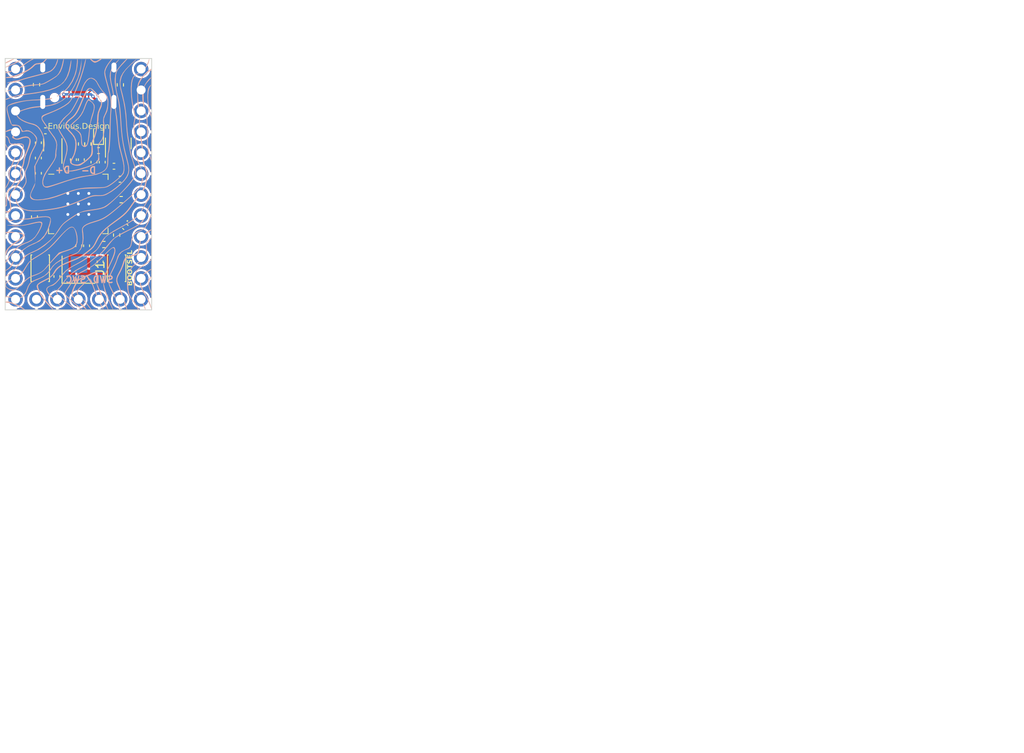
<source format=kicad_pcb>
(kicad_pcb (version 20221018) (generator pcbnew)
  (title_block (title "Env Open Pico") (date "2021-09-14") (rev "REV1") (company "Envious.Design"))
  (layers (0 "F.Cu" signal) (31 "B.Cu" signal) (34 "B.Paste" user) (35 "F.Paste" user) (36 "B.SilkS" user "B.Silkscreen") (37 "F.SilkS" user "F.Silkscreen") (38 "B.Mask" user) (39 "F.Mask" user) (44 "Edge.Cuts" user))
  (net 0 "")
  (net 1 "GND")
  (net 2 "VBUS")
  (net 3 "+1V1")
  (net 4 "/~{USB_BOOT}")
  (net 5 "/GPIO15")
  (net 6 "/GPIO14")
  (net 7 "/GPIO13")
  (net 8 "/GPIO12")
  (net 9 "/GPIO10")
  (net 10 "/GPIO9")
  (net 11 "/GPIO8")
  (net 12 "/GPIO7")
  (net 13 "/GPIO6")
  (net 14 "/GPIO5")
  (net 15 "/GPIO4")
  (net 16 "/GPIO3")
  (net 17 "/GPIO2")
  (net 18 "/GPIO1")
  (net 19 "/GPIO0")
  (net 20 "/GPIO25")
  (net 21 "/GPIO22")
  (net 22 "/GPIO21")
  (net 23 "/GPIO20")
  (net 24 "/GPIO19")
  (net 25 "/GPIO18")
  (net 26 "/GPIO17")
  (net 27 "/GPIO16")
  (net 28 "/RUN")
  (net 29 "/SWD")
  (net 30 "/SWCLK")
  (net 31 "/QSPI_SS")
  (net 32 "Net-(U3-XIN)")
  (net 33 "Net-(GPIO25_LED1-A)")
  (net 34 "/QSPI_SD3")
  (net 35 "/QSPI_SCLK")
  (net 36 "/QSPI_SD0")
  (net 37 "/QSPI_SD2")
  (net 38 "/QSPI_SD1")
  (net 39 "Net-(U3-USB_DP)")
  (net 40 "Net-(U3-USB_DM)")
  (net 41 "USB_D+")
  (net 42 "USB_D-")
  (net 43 "+3V3")
  (net 44 "Net-(C2-Pad1)")
  (net 45 "/GPIO23")
  (net 46 "/GPIO11")
  (net 47 "/GPIO29_ADC3")
  (net 48 "/GPIO28_ADC2")
  (net 49 "/GPIO27_ADC1")
  (net 50 "/GPIO26_ADC0")
  (net 51 "/GPIO24")
  (net 52 "Net-(U3-XOUT)")
  (net 53 "VSYS")
  (net 54 "Net-(USB2-CC2)")
  (net 55 "Net-(USB2-CC1)")
  (footprint "RP2040_minimal:RP2040-QFN-56" (layer "F.Cu") (at 39.7 43.675)
    (fp_text reference "U3")
    (fp_text value "RP2040")
    (pad "1" smd roundrect locked (at -3.4375 -2.6) (size 0.875 0.2) (layers "F.Cu" "F.Paste" "F.Mask") (net 43 "+3V3"))
    (pad "2" smd roundrect locked (at -3.4375 -2.2) (size 0.875 0.2) (layers "F.Cu" "F.Paste" "F.Mask") (net 19 "/GPIO0"))
    (pad "3" smd roundrect locked (at -3.4375 -1.8) (size 0.875 0.2) (layers "F.Cu" "F.Paste" "F.Mask") (net 18 "/GPIO1"))
    (pad "4" smd roundrect locked (at -3.4375 -1.4) (size 0.875 0.2) (layers "F.Cu" "F.Paste" "F.Mask") (net 17 "/GPIO2"))
    (pad "5" smd roundrect locked (at -3.4375 -1) (size 0.875 0.2) (layers "F.Cu" "F.Paste" "F.Mask") (net 16 "/GPIO3"))
    (pad "6" smd roundrect locked (at -3.4375 -0.6) (size 0.875 0.2) (layers "F.Cu" "F.Paste" "F.Mask") (net 15 "/GPIO4"))
    (pad "7" smd roundrect locked (at -3.4375 -0.2) (size 0.875 0.2) (layers "F.Cu" "F.Paste" "F.Mask") (net 14 "/GPIO5"))
    (pad "8" smd roundrect locked (at -3.4375 0.2) (size 0.875 0.2) (layers "F.Cu" "F.Paste" "F.Mask") (net 13 "/GPIO6"))
    (pad "9" smd roundrect locked (at -3.4375 0.6) (size 0.875 0.2) (layers "F.Cu" "F.Paste" "F.Mask") (net 12 "/GPIO7"))
    (pad "10" smd roundrect locked (at -3.4375 1) (size 0.875 0.2) (layers "F.Cu" "F.Paste" "F.Mask") (net 43 "+3V3"))
    (pad "11" smd roundrect locked (at -3.4375 1.4) (size 0.875 0.2) (layers "F.Cu" "F.Paste" "F.Mask") (net 11 "/GPIO8"))
    (pad "12" smd roundrect locked (at -3.4375 1.8) (size 0.875 0.2) (layers "F.Cu" "F.Paste" "F.Mask") (net 10 "/GPIO9"))
    (pad "13" smd roundrect locked (at -3.4375 2.2) (size 0.875 0.2) (layers "F.Cu" "F.Paste" "F.Mask") (net 9 "/GPIO10"))
    (pad "14" smd roundrect locked (at -3.4375 2.6) (size 0.875 0.2) (layers "F.Cu" "F.Paste" "F.Mask") (net 46 "/GPIO11"))
    (pad "15" smd roundrect locked (at -2.6 3.4375) (size 0.2 0.875) (layers "F.Cu" "F.Paste" "F.Mask") (net 8 "/GPIO12"))
    (pad "16" smd roundrect locked (at -2.2 3.4375) (size 0.2 0.875) (layers "F.Cu" "F.Paste" "F.Mask") (net 7 "/GPIO13"))
    (pad "17" smd roundrect locked (at -1.8 3.4375) (size 0.2 0.875) (layers "F.Cu" "F.Paste" "F.Mask") (net 6 "/GPIO14"))
    (pad "18" smd roundrect locked (at -1.4 3.4375) (size 0.2 0.875) (layers "F.Cu" "F.Paste" "F.Mask") (net 5 "/GPIO15"))
    (pad "19" smd roundrect locked (at -1 3.4375) (size 0.2 0.875) (layers "F.Cu" "F.Paste" "F.Mask") (net 1 "GND"))
    (pad "20" smd roundrect locked (at -0.6 3.4375) (size 0.2 0.875) (layers "F.Cu" "F.Paste" "F.Mask") (net 32 "Net-(U3-XIN)"))
    (pad "21" smd roundrect locked (at -0.2 3.4375) (size 0.2 0.875) (layers "F.Cu" "F.Paste" "F.Mask") (net 52 "Net-(U3-XOUT)"))
    (pad "22" smd roundrect locked (at 0.2 3.4375) (size 0.2 0.875) (layers "F.Cu" "F.Paste" "F.Mask") (net 43 "+3V3"))
    (pad "23" smd roundrect locked (at 0.6 3.4375) (size 0.2 0.875) (layers "F.Cu" "F.Paste" "F.Mask") (net 3 "+1V1"))
    (pad "24" smd roundrect locked (at 1 3.4375) (size 0.2 0.875) (layers "F.Cu" "F.Paste" "F.Mask") (net 30 "/SWCLK"))
    (pad "25" smd roundrect locked (at 1.4 3.4375) (size 0.2 0.875) (layers "F.Cu" "F.Paste" "F.Mask") (net 29 "/SWD"))
    (pad "26" smd roundrect locked (at 1.8 3.4375) (size 0.2 0.875) (layers "F.Cu" "F.Paste" "F.Mask") (net 28 "/RUN"))
    (pad "27" smd roundrect locked (at 2.2 3.4375) (size 0.2 0.875) (layers "F.Cu" "F.Paste" "F.Mask") (net 27 "/GPIO16"))
    (pad "28" smd roundrect locked (at 2.6 3.4375) (size 0.2 0.875) (layers "F.Cu" "F.Paste" "F.Mask") (net 26 "/GPIO17"))
    (pad "29" smd roundrect locked (at 3.4375 2.6) (size 0.875 0.2) (layers "F.Cu" "F.Paste" "F.Mask") (net 25 "/GPIO18"))
    (pad "30" smd roundrect locked (at 3.4375 2.2) (size 0.875 0.2) (layers "F.Cu" "F.Paste" "F.Mask") (net 24 "/GPIO19"))
    (pad "31" smd roundrect locked (at 3.4375 1.8) (size 0.875 0.2) (layers "F.Cu" "F.Paste" "F.Mask") (net 23 "/GPIO20"))
    (pad "32" smd roundrect locked (at 3.4375 1.4) (size 0.875 0.2) (layers "F.Cu" "F.Paste" "F.Mask") (net 22 "/GPIO21"))
    (pad "33" smd roundrect locked (at 3.4375 1) (size 0.875 0.2) (layers "F.Cu" "F.Paste" "F.Mask") (net 43 "+3V3"))
    (pad "34" smd roundrect locked (at 3.4375 0.6) (size 0.875 0.2) (layers "F.Cu" "F.Paste" "F.Mask") (net 21 "/GPIO22"))
    (pad "35" smd roundrect locked (at 3.4375 0.2) (size 0.875 0.2) (layers "F.Cu" "F.Paste" "F.Mask") (net 45 "/GPIO23"))
    (pad "36" smd roundrect locked (at 3.4375 -0.2) (size 0.875 0.2) (layers "F.Cu" "F.Paste" "F.Mask") (net 51 "/GPIO24"))
    (pad "37" smd roundrect locked (at 3.4375 -0.6) (size 0.875 0.2) (layers "F.Cu" "F.Paste" "F.Mask") (net 20 "/GPIO25"))
    (pad "38" smd roundrect locked (at 3.4375 -1) (size 0.875 0.2) (layers "F.Cu" "F.Paste" "F.Mask") (net 50 "/GPIO26_ADC0"))
    (pad "39" smd roundrect locked (at 3.4375 -1.4) (size 0.875 0.2) (layers "F.Cu" "F.Paste" "F.Mask") (net 49 "/GPIO27_ADC1"))
    (pad "40" smd roundrect locked (at 3.4375 -1.8) (size 0.875 0.2) (layers "F.Cu" "F.Paste" "F.Mask") (net 48 "/GPIO28_ADC2"))
    (pad "41" smd roundrect locked (at 3.4375 -2.2) (size 0.875 0.2) (layers "F.Cu" "F.Paste" "F.Mask") (net 47 "/GPIO29_ADC3"))
    (pad "42" smd roundrect locked (at 3.4375 -2.6) (size 0.875 0.2) (layers "F.Cu" "F.Paste" "F.Mask") (net 43 "+3V3"))
    (pad "43" smd roundrect locked (at 2.6 -3.4375) (size 0.2 0.875) (layers "F.Cu" "F.Paste" "F.Mask") (net 43 "+3V3"))
    (pad "44" smd roundrect locked (at 2.2 -3.4375) (size 0.2 0.875) (layers "F.Cu" "F.Paste" "F.Mask") (net 43 "+3V3"))
    (pad "45" smd roundrect locked (at 1.8 -3.4375) (size 0.2 0.875) (layers "F.Cu" "F.Paste" "F.Mask") (net 3 "+1V1"))
    (pad "46" smd roundrect locked (at 1.4 -3.4375) (size 0.2 0.875) (layers "F.Cu" "F.Paste" "F.Mask") (net 40 "Net-(U3-USB_DM)"))
    (pad "47" smd roundrect locked (at 1 -3.4375) (size 0.2 0.875) (layers "F.Cu" "F.Paste" "F.Mask") (net 39 "Net-(U3-USB_DP)"))
    (pad "48" smd roundrect locked (at 0.6 -3.4375) (size 0.2 0.875) (layers "F.Cu" "F.Paste" "F.Mask") (net 43 "+3V3"))
    (pad "49" smd roundrect locked (at 0.2 -3.4375) (size 0.2 0.875) (layers "F.Cu" "F.Paste" "F.Mask") (net 43 "+3V3"))
    (pad "50" smd roundrect locked (at -0.2 -3.4375) (size 0.2 0.875) (layers "F.Cu" "F.Paste" "F.Mask") (net 3 "+1V1"))
    (pad "51" smd roundrect locked (at -0.6 -3.4375) (size 0.2 0.875) (layers "F.Cu" "F.Paste" "F.Mask") (net 34 "/QSPI_SD3"))
    (pad "52" smd roundrect locked (at -1 -3.4375) (size 0.2 0.875) (layers "F.Cu" "F.Paste" "F.Mask") (net 35 "/QSPI_SCLK"))
    (pad "53" smd roundrect locked (at -1.4 -3.4375) (size 0.2 0.875) (layers "F.Cu" "F.Paste" "F.Mask") (net 36 "/QSPI_SD0"))
    (pad "54" smd roundrect locked (at -1.8 -3.4375) (size 0.2 0.875) (layers "F.Cu" "F.Paste" "F.Mask") (net 37 "/QSPI_SD2"))
    (pad "55" smd roundrect locked (at -2.2 -3.4375) (size 0.2 0.875) (layers "F.Cu" "F.Paste" "F.Mask") (net 38 "/QSPI_SD1"))
    (pad "56" smd roundrect locked (at -2.6 -3.4375) (size 0.2 0.875) (layers "F.Cu" "F.Paste" "F.Mask") (net 31 "/QSPI_SS"))
    (pad "57" thru_hole circle locked (at -1.275 -1.275) (size 0.6 0.6) (drill 0.35) (layers "*.Cu") (net 1 "GND"))
    (pad "57" thru_hole circle locked (at -1.275 0) (size 0.6 0.6) (drill 0.35) (layers "*.Cu") (net 1 "GND"))
    (pad "57" thru_hole circle locked (at -1.275 1.275) (size 0.6 0.6) (drill 0.35) (layers "*.Cu") (net 1 "GND"))
    (pad "57" thru_hole circle locked (at 0 -1.275) (size 0.6 0.6) (drill 0.35) (layers "*.Cu") (net 1 "GND"))
    (pad "57" thru_hole circle locked (at 0 0) (size 0.6 0.6) (drill 0.35) (layers "*.Cu") (net 1 "GND"))
    (pad "57" smd roundrect locked (at 0 0) (size 3.2 3.2) (layers "F.Cu" "F.Mask") (roundrect_rratio 0.045) (net 1 "GND"))
    (pad "57" thru_hole circle locked (at 0 1.275) (size 0.6 0.6) (drill 0.35) (layers "*.Cu") (net 1 "GND"))
    (pad "57" thru_hole circle locked (at 1.275 -1.275) (size 0.6 0.6) (drill 0.35) (layers "*.Cu") (net 1 "GND"))
    (pad "57" thru_hole circle locked (at 1.275 0) (size 0.6 0.6) (drill 0.35) (layers "*.Cu") (net 1 "GND"))
    (pad "57" thru_hole circle locked (at 1.275 1.275) (size 0.6 0.6) (drill 0.35) (layers "*.Cu") (net 1 "GND"))
  )
  (footprint "Keebio-Parts:Elite-C" (layer "F.Cu") (at 39.7 41.275 -90)
    (fp_text reference "U2" hide)
    (fp_text value "Elite-C" hide)
    (pad "1" thru_hole circle locked (at -13.97 7.62 270) (size 1.7526 1.7526) (drill 1.0922) (layers "*.Cu" "*.Mask") (net 19 "/GPIO0"))
    (pad "2" thru_hole circle locked (at -11.43 7.62 270) (size 1.7526 1.7526) (drill 1.0922) (layers "*.Cu" "*.Mask") (net 18 "/GPIO1"))
    (pad "3" thru_hole roundrect locked (at -8.89 7.62 270) (size 1.7526 1.7526) (drill 1.0922) (layers "*.Cu" "*.Mask") (net 1 "GND"))
    (pad "4" thru_hole roundrect locked (at -6.35 7.62 270) (size 1.7526 1.7526) (drill 1.0922) (layers "*.Cu" "*.Mask") (net 1 "GND"))
    (pad "5" thru_hole circle locked (at -3.81 7.62 270) (size 1.7526 1.7526) (drill 1.0922) (layers "*.Cu" "*.Mask") (net 17 "/GPIO2"))
    (pad "6" thru_hole circle locked (at -1.27 7.62 270) (size 1.7526 1.7526) (drill 1.0922) (layers "*.Cu" "*.Mask") (net 16 "/GPIO3"))
    (pad "7" thru_hole circle locked (at 1.27 7.62 270) (size 1.7526 1.7526) (drill 1.0922) (layers "*.Cu" "*.Mask") (net 15 "/GPIO4"))
    (pad "8" thru_hole circle locked (at 3.81 7.62 270) (size 1.7526 1.7526) (drill 1.0922) (layers "*.Cu" "*.Mask") (net 14 "/GPIO5"))
    (pad "9" thru_hole circle locked (at 6.35 7.62 270) (size 1.7526 1.7526) (drill 1.0922) (layers "*.Cu" "*.Mask") (net 13 "/GPIO6"))
    (pad "10" thru_hole circle locked (at 8.89 7.62 270) (size 1.7526 1.7526) (drill 1.0922) (layers "*.Cu" "*.Mask") (net 12 "/GPIO7"))
    (pad "11" thru_hole circle locked (at 11.43 7.62 270) (size 1.7526 1.7526) (drill 1.0922) (layers "*.Cu" "*.Mask") (net 11 "/GPIO8"))
    (pad "12" thru_hole circle locked (at 13.97 7.62 270) (size 1.7526 1.7526) (drill 1.0922) (layers "*.Cu" "*.Mask") (net 10 "/GPIO9"))
    (pad "13" thru_hole circle locked (at 13.97 -7.62 270) (size 1.7526 1.7526) (drill 1.0922) (layers "*.Cu" "*.Mask") (net 22 "/GPIO21"))
    (pad "14" thru_hole circle locked (at 11.43 -7.62 270) (size 1.7526 1.7526) (drill 1.0922) (layers "*.Cu" "*.Mask") (net 45 "/GPIO23"))
    (pad "15" thru_hole circle locked (at 8.89 -7.62 270) (size 1.7526 1.7526) (drill 1.0922) (layers "*.Cu" "*.Mask") (net 23 "/GPIO20"))
    (pad "16" thru_hole circle locked (at 6.35 -7.62 270) (size 1.7526 1.7526) (drill 1.0922) (layers "*.Cu" "*.Mask") (net 21 "/GPIO22"))
    (pad "17" thru_hole circle locked (at 3.81 -7.62 270) (size 1.7526 1.7526) (drill 1.0922) (layers "*.Cu" "*.Mask") (net 50 "/GPIO26_ADC0"))
    (pad "18" thru_hole circle locked (at 1.27 -7.62 270) (size 1.7526 1.7526) (drill 1.0922) (layers "*.Cu" "*.Mask") (net 49 "/GPIO27_ADC1"))
    (pad "19" thru_hole circle locked (at -1.27 -7.62 270) (size 1.7526 1.7526) (drill 1.0922) (layers "*.Cu" "*.Mask") (net 48 "/GPIO28_ADC2"))
    (pad "20" thru_hole circle locked (at -3.81 -7.62 270) (size 1.7526 1.7526) (drill 1.0922) (layers "*.Cu" "*.Mask") (net 47 "/GPIO29_ADC3"))
    (pad "21" thru_hole circle locked (at -6.35 -7.62 270) (size 1.7526 1.7526) (drill 1.0922) (layers "*.Cu" "*.Mask") (net 43 "+3V3"))
    (pad "22" thru_hole circle locked (at -8.89 -7.62 270) (size 1.7526 1.7526) (drill 1.0922) (layers "*.Cu" "*.Mask") (net 28 "/RUN"))
    (pad "23" thru_hole roundrect locked (at -11.43 -7.62 270) (size 1.7526 1.7526) (drill 1.0922) (layers "*.Cu" "*.Mask") (net 1 "GND"))
    (pad "24" thru_hole circle locked (at -13.97 -7.62 270) (size 1.7526 1.7526) (drill 1.0922) (layers "*.Cu" "*.Mask") (net 53 "VSYS"))
    (pad "25" thru_hole circle locked (at 13.97 5.08 270) (size 1.7526 1.7526) (drill 1.0922) (layers "*.Cu" "*.Mask") (net 8 "/GPIO12"))
    (pad "26" thru_hole circle locked (at 13.97 2.54 270) (size 1.7526 1.7526) (drill 1.0922) (layers "*.Cu" "*.Mask") (net 7 "/GPIO13"))
    (pad "27" thru_hole circle locked (at 13.97 0 270) (size 1.7526 1.7526) (drill 1.0922) (layers "*.Cu" "*.Mask") (net 6 "/GPIO14"))
    (pad "28" thru_hole circle locked (at 13.97 -2.54 270) (size 1.7526 1.7526) (drill 1.0922) (layers "*.Cu" "*.Mask") (net 5 "/GPIO15"))
    (pad "29" thru_hole circle locked (at 13.97 -5.08 270) (size 1.7526 1.7526) (drill 1.0922) (layers "*.Cu" "*.Mask") (net 27 "/GPIO16"))
  )
  (footprint "Capacitor_SMD:C_0402_1005Metric" (layer "F.Cu") (at 34.375 45.22 -90)
    (fp_text reference "C8")
    (fp_text value "100nf 0402")
    (pad "1" smd roundrect (at -0.48 0 270) (size 0.56 0.62) (layers "F.Cu" "F.Paste" "F.Mask") (net 43 "+3V3"))
    (pad "2" smd roundrect (at 0.48 0 270) (size 0.56 0.62) (layers "F.Cu" "F.Paste" "F.Mask") (net 1 "GND"))
  )
  (footprint "Resistor_SMD:R_0402_1005Metric" (layer "F.Cu") (at 44.9 43.15 180)
    (fp_text reference "GPIO25_RESISTOR1")
    (fp_text value "1K 0402")
    (pad "1" smd roundrect (at -0.51 0 180) (size 0.54 0.64) (layers "F.Cu" "F.Paste" "F.Mask") (net 33 "Net-(GPIO25_LED1-A)"))
    (pad "2" smd roundrect (at 0.51 0 180) (size 0.54 0.64) (layers "F.Cu" "F.Paste" "F.Mask") (net 20 "/GPIO25"))
  )
  (footprint "Resistor_SMD:R_0402_1005Metric" (layer "F.Cu") (at 42.8 48.6 180)
    (fp_text reference "R102")
    (fp_text value "10k 0402")
    (pad "1" smd roundrect (at -0.51 0 180) (size 0.54 0.64) (layers "F.Cu" "F.Paste" "F.Mask") (net 24 "/GPIO19"))
    (pad "2" smd roundrect (at 0.51 0 180) (size 0.54 0.64) (layers "F.Cu" "F.Paste" "F.Mask") (net 1 "GND"))
  )
  (footprint "Package_TO_SOT_SMD:SOT-23" (layer "F.Cu") (at 44.55 36.325 90)
    (fp_text reference "U1")
    (fp_text value "ZL6201A33S3")
    (pad "1" smd roundrect (at -0.9375 -0.95 90) (size 1.475 0.6) (layers "F.Cu" "F.Paste" "F.Mask") (net 1 "GND"))
    (pad "2" smd roundrect (at -0.9375 0.95 90) (size 1.475 0.6) (layers "F.Cu" "F.Paste" "F.Mask") (net 43 "+3V3"))
    (pad "3" smd roundrect (at 0.9375 0 90) (size 1.475 0.6) (layers "F.Cu" "F.Paste" "F.Mask") (net 53 "VSYS"))
  )
  (footprint "Crystal:Crystal_SMD_3225-4Pin_3.2x2.5mm" (layer "F.Cu") (at 39.725 51.65)
    (fp_text reference "Y1")
    (fp_text value "3225-4P 12MHz")
    (pad "1" smd rect (at -1.1 0.85) (size 1.4 1.2) (layers "F.Cu" "F.Paste" "F.Mask") (net 32 "Net-(U3-XIN)"))
    (pad "2" smd rect (at 1.1 0.85) (size 1.4 1.2) (layers "F.Cu" "F.Paste" "F.Mask") (net 1 "GND"))
    (pad "3" smd rect (at 1.1 -0.85) (size 1.4 1.2) (layers "F.Cu" "F.Paste" "F.Mask") (net 44 "Net-(C2-Pad1)"))
    (pad "4" smd rect (at -1.1 -0.85) (size 1.4 1.2) (layers "F.Cu" "F.Paste" "F.Mask") (net 1 "GND"))
  )
  (footprint "Capacitor_SMD:C_0402_1005Metric" (layer "F.Cu") (at 42.15 37.2)
    (fp_text reference "C1")
    (fp_text value "1uf 0402")
    (pad "1" smd roundrect (at -0.48 0) (size 0.56 0.62) (layers "F.Cu" "F.Paste" "F.Mask") (net 53 "VSYS"))
    (pad "2" smd roundrect (at 0.48 0) (size 0.56 0.62) (layers "F.Cu" "F.Paste" "F.Mask") (net 1 "GND"))
  )
  (footprint "Capacitor_SMD:C_0402_1005Metric" (layer "F.Cu") (at 41.6 38.6 90)
    (fp_text reference "C3")
    (fp_text value "1uf 0402")
    (pad "1" smd roundrect (at -0.48 0 90) (size 0.56 0.62) (layers "F.Cu" "F.Paste" "F.Mask") (net 3 "+1V1"))
    (pad "2" smd roundrect (at 0.48 0 90) (size 0.56 0.62) (layers "F.Cu" "F.Paste" "F.Mask") (net 1 "GND"))
  )
  (footprint "HRO-TYPE-C31-M-12:HRO-TYPE-C-31-M-12" (layer "F.Cu") (at 39.7 24.515 180)
    (fp_text reference "USB2")
    (fp_text value "HRO-TYPE-C-31-M-12")
    (pad "" np_thru_hole circle (at -2.89 -6.25 180) (size 0.65 0.65) (drill 0.65) (layers "*.Cu" "*.Mask"))
    (pad "" np_thru_hole circle (at 2.89 -6.25 180) (size 0.65 0.65) (drill 0.65) (layers "*.Cu" "*.Mask"))
    (pad "1" smd rect (at -3.225 -7.695 180) (size 0.6 1.45) (layers "F.Cu" "F.Paste" "F.Mask") (net 1 "GND"))
    (pad "2" smd rect (at -2.45 -7.695 180) (size 0.6 1.45) (layers "F.Cu" "F.Paste" "F.Mask") (net 2 "VBUS"))
    (pad "3" smd rect (at -1.75 -7.695 180) (size 0.3 1.45) (layers "F.Cu" "F.Paste" "F.Mask"))
    (pad "4" smd rect (at -1.25 -7.695 180) (size 0.3 1.45) (layers "F.Cu" "F.Paste" "F.Mask") (net 55 "Net-(USB2-CC1)"))
    (pad "5" smd rect (at -0.75 -7.695 180) (size 0.3 1.45) (layers "F.Cu" "F.Paste" "F.Mask") (net 42 "USB_D-"))
    (pad "6" smd rect (at -0.25 -7.695 180) (size 0.3 1.45) (layers "F.Cu" "F.Paste" "F.Mask") (net 41 "USB_D+"))
    (pad "7" smd rect (at 0.25 -7.695 180) (size 0.3 1.45) (layers "F.Cu" "F.Paste" "F.Mask") (net 42 "USB_D-"))
    (pad "8" smd rect (at 0.75 -7.695 180) (size 0.3 1.45) (layers "F.Cu" "F.Paste" "F.Mask") (net 41 "USB_D+"))
    (pad "9" smd rect (at 1.25 -7.695 180) (size 0.3 1.45) (layers "F.Cu" "F.Paste" "F.Mask"))
    (pad "10" smd rect (at 1.75 -7.695 180) (size 0.3 1.45) (layers "F.Cu" "F.Paste" "F.Mask") (net 54 "Net-(USB2-CC2)"))
    (pad "11" smd rect (at 2.45 -7.695 180) (size 0.6 1.45) (layers "F.Cu" "F.Paste" "F.Mask") (net 2 "VBUS"))
    (pad "12" smd rect (at 3.225 -7.695 180) (size 0.6 1.45) (layers "F.Cu" "F.Paste" "F.Mask") (net 1 "GND"))
    (pad "13" thru_hole oval (at -4.32 -6.78 180) (size 1 2.1) (drill oval 0.6 1.7) (layers "*.Cu" "B.Mask") (net 1 "GND"))
    (pad "13" thru_hole oval (at -4.32 -2.6 180) (size 1 1.6) (drill oval 0.6 1.2) (layers "*.Cu" "B.Mask") (net 1 "GND"))
    (pad "13" thru_hole oval (at 4.32 -6.78 180) (size 1 2.1) (drill oval 0.6 1.7) (layers "*.Cu" "B.Mask") (net 1 "GND"))
    (pad "13" thru_hole oval (at 4.32 -2.6 180) (size 1 1.6) (drill oval 0.6 1.2) (layers "*.Cu" "B.Mask") (net 1 "GND"))
  )
  (footprint "Capacitor_SMD:C_0402_1005Metric" (layer "F.Cu") (at 44.025 39.1)
    (fp_text reference "C16")
    (fp_text value "100nf 0402")
    (pad "1" smd roundrect (at -0.48 0) (size 0.56 0.62) (layers "F.Cu" "F.Paste" "F.Mask") (net 43 "+3V3"))
    (pad "2" smd roundrect (at 0.48 0) (size 0.56 0.62) (layers "F.Cu" "F.Paste" "F.Mask") (net 1 "GND"))
  )
  (footprint "Resistor_SMD:R_0402_1005Metric" (layer "F.Cu") (at 40.85 36.4 -90)
    (fp_text reference "R4")
    (fp_text value "27r 0402")
    (pad "1" smd roundrect (at -0.51 0 270) (size 0.54 0.64) (layers "F.Cu" "F.Paste" "F.Mask") (net 42 "USB_D-"))
    (pad "2" smd roundrect (at 0.51 0 270) (size 0.54 0.64) (layers "F.Cu" "F.Paste" "F.Mask") (net 40 "Net-(U3-USB_DM)"))
  )
  (footprint "Capacitor_SMD:C_0402_1005Metric" (layer "F.Cu") (at 40.7 48.75 -90)
    (fp_text reference "C7")
    (fp_text value "100nf 0402")
    (pad "1" smd roundrect (at -0.48 0 270) (size 0.56 0.62) (layers "F.Cu" "F.Paste" "F.Mask") (net 3 "+1V1"))
    (pad "2" smd roundrect (at 0.48 0 270) (size 0.56 0.62) (layers "F.Cu" "F.Paste" "F.Mask") (net 1 "GND"))
  )
  (footprint "Capacitor_SMD:C_0402_1005Metric" (layer "F.Cu") (at 45.4 46.45 -45)
    (fp_text reference "C11")
    (fp_text value "100nf 0402")
    (pad "1" smd roundrect (at -0.48 0 315) (size 0.56 0.62) (layers "F.Cu" "F.Paste" "F.Mask") (net 43 "+3V3"))
    (pad "2" smd roundrect (at 0.48 0 315) (size 0.56 0.62) (layers "F.Cu" "F.Paste" "F.Mask") (net 1 "GND"))
  )
  (footprint "Capacitor_SMD:C_0402_1005Metric" (layer "F.Cu") (at 39.75 48.75 -90)
    (fp_text reference "C18")
    (fp_text value "100nf 0402")
    (pad "1" smd roundrect (at -0.48 0 270) (size 0.56 0.62) (layers "F.Cu" "F.Paste" "F.Mask") (net 43 "+3V3"))
    (pad "2" smd roundrect (at 0.48 0 270) (size 0.56 0.62) (layers "F.Cu" "F.Paste" "F.Mask") (net 1 "GND"))
  )
  (footprint "Capacitor_SMD:C_0402_1005Metric" (layer "F.Cu") (at 42.35 52.55 -90)
    (fp_text reference "C2")
    (fp_text value "22pF 0402")
    (pad "1" smd roundrect (at -0.48 0 270) (size 0.56 0.62) (layers "F.Cu" "F.Paste" "F.Mask") (net 44 "Net-(C2-Pad1)"))
    (pad "2" smd roundrect (at 0.48 0 270) (size 0.56 0.62) (layers "F.Cu" "F.Paste" "F.Mask") (net 1 "GND"))
  )
  (footprint "Capacitor_SMD:C_0402_1005Metric" (layer "F.Cu") (at 34.85 38.1 90)
    (fp_text reference "R2")
    (fp_text value "10K 0402")
    (pad "1" smd roundrect (at -0.48 0 90) (size 0.56 0.62) (layers "F.Cu" "F.Paste" "F.Mask") (net 43 "+3V3"))
    (pad "2" smd roundrect (at 0.48 0 90) (size 0.56 0.62) (layers "F.Cu" "F.Paste" "F.Mask") (net 31 "/QSPI_SS"))
  )
  (footprint "Resistor_SMD:R_0402_1005Metric" (layer "F.Cu") (at 40.09 36.4 -90)
    (fp_text reference "R3")
    (fp_text value "27r 0402")
    (pad "1" smd roundrect (at -0.51 0 270) (size 0.54 0.64) (layers "F.Cu" "F.Paste" "F.Mask") (net 41 "USB_D+"))
    (pad "2" smd roundrect (at 0.51 0 270) (size 0.54 0.64) (layers "F.Cu" "F.Paste" "F.Mask") (net 39 "Net-(U3-USB_DP)"))
  )
  (footprint "Button_Switch_SMD:SW_SPST_CK_KXT3" (layer "F.Cu") (at 44.35 51.475 90)
    (fp_text reference "J1" (at 0 -2 270) (layer "F.SilkS"))
    (fp_text value "Button")
    (pad "1" smd rect (at -1.625 0 90) (size 0.55 1.5) (layers "F.Cu" "F.Paste" "F.Mask") (net 28 "/RUN"))
    (pad "2" smd rect (at 1.625 0 90) (size 0.55 1.5) (layers "F.Cu" "F.Paste" "F.Mask") (net 1 "GND"))
  )
  (footprint "Resistor_SMD:R_0402_1005Metric" (layer "F.Cu") (at 44.8 29.225 90)
    (fp_text reference "R6")
    (fp_text value "5.1K 0402")
    (pad "1" smd roundrect (at -0.51 0 90) (size 0.54 0.64) (layers "F.Cu" "F.Paste" "F.Mask") (net 1 "GND"))
    (pad "2" smd roundrect (at 0.51 0 90) (size 0.54 0.64) (layers "F.Cu" "F.Paste" "F.Mask") (net 55 "Net-(USB2-CC1)"))
  )
  (footprint "Capacitor_SMD:C_0402_1005Metric" (layer "F.Cu") (at 42.35 50.7 90)
    (fp_text reference "R7")
    (fp_text value "1K 0402")
    (pad "1" smd roundrect (at -0.48 0 90) (size 0.56 0.62) (layers "F.Cu" "F.Paste" "F.Mask") (net 44 "Net-(C2-Pad1)"))
    (pad "2" smd roundrect (at 0.48 0 90) (size 0.56 0.62) (layers "F.Cu" "F.Paste" "F.Mask") (net 52 "Net-(U3-XOUT)"))
  )
  (footprint "Capacitor_SMD:C_0402_1005Metric" (layer "F.Cu") (at 40.06 38.3 90)
    (fp_text reference "C13")
    (fp_text value "100nf 0402")
    (pad "1" smd roundrect (at -0.48 0 90) (size 0.56 0.62) (layers "F.Cu" "F.Paste" "F.Mask") (net 43 "+3V3"))
    (pad "2" smd roundrect (at 0.48 0 90) (size 0.56 0.62) (layers "F.Cu" "F.Paste" "F.Mask") (net 1 "GND"))
  )
  (footprint "Diode_SMD:D_SOD-523" (layer "F.Cu") (at 42.15 35.3 90)
    (fp_text reference "D1")
    (fp_text value "SOD-523 General")
    (pad "1" smd rect (at -0.7 0 270) (size 0.6 0.7) (layers "F.Cu" "F.Paste" "F.Mask") (net 53 "VSYS"))
    (pad "2" smd rect (at 0.7 0 270) (size 0.6 0.7) (layers "F.Cu" "F.Paste" "F.Mask") (net 2 "VBUS"))
  )
  (footprint "Capacitor_SMD:C_0402_1005Metric" (layer "F.Cu") (at 34.85 39.95 90)
    (fp_text reference "C15")
    (fp_text value "100nf 0402")
    (pad "1" smd roundrect (at -0.48 0 90) (size 0.56 0.62) (layers "F.Cu" "F.Paste" "F.Mask") (net 43 "+3V3"))
    (pad "2" smd roundrect (at 0.48 0 90) (size 0.56 0.62) (layers "F.Cu" "F.Paste" "F.Mask") (net 1 "GND"))
  )
  (footprint "Package_SON:SON-8-1EP_3x2mm_P0.5mm_EP1.4x1.6mm" (layer "F.Cu") (at 36.6 37.25 90)
    (fp_text reference "FLASH1")
    (fp_text value "W25Q16JVUXIQ")
    (pad "1" smd roundrect (at -1.2875 -0.75 90) (size 0.525 0.35) (layers "F.Cu" "F.Paste" "F.Mask") (net 31 "/QSPI_SS"))
    (pad "2" smd roundrect (at -1.2875 -0.25 90) (size 0.525 0.35) (layers "F.Cu" "F.Paste" "F.Mask") (net 38 "/QSPI_SD1"))
    (pad "3" smd roundrect (at -1.2875 0.25 90) (size 0.525 0.35) (layers "F.Cu" "F.Paste" "F.Mask") (net 37 "/QSPI_SD2"))
    (pad "4" smd roundrect (at -1.2875 0.75 90) (size 0.525 0.35) (layers "F.Cu" "F.Paste" "F.Mask") (net 1 "GND"))
    (pad "5" smd roundrect (at 1.2875 0.75 90) (size 0.525 0.35) (layers "F.Cu" "F.Paste" "F.Mask") (net 36 "/QSPI_SD0"))
    (pad "6" smd roundrect (at 1.2875 0.25 90) (size 0.525 0.35) (layers "F.Cu" "F.Paste" "F.Mask") (net 35 "/QSPI_SCLK"))
    (pad "7" smd roundrect (at 1.2875 -0.25 90) (size 0.525 0.35) (layers "F.Cu" "F.Paste" "F.Mask") (net 34 "/QSPI_SD3"))
    (pad "8" smd roundrect (at 1.2875 -0.75 90) (size 0.525 0.35) (layers "F.Cu" "F.Paste" "F.Mask") (net 43 "+3V3"))
    (pad "9" smd rect (at 0 0 90) (size 1.4 1.6) (layers "F.Cu" "F.Mask") (net 1 "GND"))
  )
  (footprint "LED_SMD:LED_0402_1005Metric" (layer "F.Cu") (at 45.65 44.65 90)
    (fp_text reference "GPIO25_LED1")
    (fp_text value "LED 0402")
    (pad "1" smd roundrect (at -0.485 0 90) (size 0.59 0.64) (layers "F.Cu" "F.Paste" "F.Mask") (net 1 "GND"))
    (pad "2" smd roundrect (at 0.485 0 90) (size 0.59 0.64) (layers "F.Cu" "F.Paste" "F.Mask") (net 33 "Net-(GPIO25_LED1-A)"))
  )
  (footprint "Capacitor_SMD:C_0402_1005Metric" (layer "F.Cu") (at 37.1 52.475 -90)
    (fp_text reference "C19")
    (fp_text value "22pf 0402")
    (pad "1" smd roundrect (at -0.48 0 270) (size 0.56 0.62) (layers "F.Cu" "F.Paste" "F.Mask") (net 32 "Net-(U3-XIN)"))
    (pad "2" smd roundrect (at 0.48 0 270) (size 0.56 0.62) (layers "F.Cu" "F.Paste" "F.Mask") (net 1 "GND"))
  )
  (footprint "Resistor_SMD:R_0402_1005Metric" (layer "F.Cu") (at 44.35 47.45 90)
    (fp_text reference "R101")
    (fp_text value "5.6k 0402")
    (pad "1" smd roundrect (at -0.51 0 90) (size 0.54 0.64) (layers "F.Cu" "F.Paste" "F.Mask") (net 2 "VBUS"))
    (pad "2" smd roundrect (at 0.51 0 90) (size 0.54 0.64) (layers "F.Cu" "F.Paste" "F.Mask") (net 24 "/GPIO19"))
  )
  (footprint "Resistor_SMD:R_0402_1005Metric" (layer "F.Cu") (at 34.625 29.2 90)
    (fp_text reference "R5")
    (fp_text value "5.1K 0402")
    (pad "1" smd roundrect (at -0.51 0 90) (size 0.54 0.64) (layers "F.Cu" "F.Paste" "F.Mask") (net 1 "GND"))
    (pad "2" smd roundrect (at 0.51 0 90) (size 0.54 0.64) (layers "F.Cu" "F.Paste" "F.Mask") (net 54 "Net-(USB2-CC2)"))
  )
  (footprint "Capacitor_SMD:C_0402_1005Metric" (layer "F.Cu") (at 34.85 36.25 90)
    (fp_text reference "R1")
    (fp_text value "1K 0402")
    (pad "1" smd roundrect (at -0.48 0 90) (size 0.56 0.62) (layers "F.Cu" "F.Paste" "F.Mask") (net 31 "/QSPI_SS"))
    (pad "2" smd roundrect (at 0.48 0 90) (size 0.56 0.62) (layers "F.Cu" "F.Paste" "F.Mask") (net 4 "/~{USB_BOOT}"))
  )
  (footprint "Button_Switch_SMD:SW_SPST_CK_KXT3" (layer "F.Cu") (at 35.075 51.475 -90)
    (fp_text reference "J2")
    (fp_text value "Button")
    (pad "1" smd rect (at -1.625 0 270) (size 0.55 1.5) (layers "F.Cu" "F.Paste" "F.Mask") (net 4 "/~{USB_BOOT}"))
    (pad "2" smd rect (at 1.625 0 270) (size 0.55 1.5) (layers "F.Cu" "F.Paste" "F.Mask") (net 1 "GND"))
  )
  (footprint "Capacitor_SMD:C_0402_1005Metric" (layer "F.Cu") (at 39.1 38.3 90)
    (fp_text reference "C6")
    (fp_text value "100nf 0402")
    (pad "1" smd roundrect (at -0.48 0 90) (size 0.56 0.62) (layers "F.Cu" "F.Paste" "F.Mask") (net 3 "+1V1"))
    (pad "2" smd roundrect (at 0.48 0 90) (size 0.56 0.62) (layers "F.Cu" "F.Paste" "F.Mask") (net 1 "GND"))
  )
  (footprint "Capacitor_SMD:C_0402_1005Metric" (layer "F.Cu") (at 44.75 40.675)
    (fp_text reference "C14")
    (fp_text value "100nf 0402")
    (pad "1" smd roundrect (at -0.48 0) (size 0.56 0.62) (layers "F.Cu" "F.Paste" "F.Mask") (net 43 "+3V3"))
    (pad "2" smd roundrect (at 0.48 0) (size 0.56 0.62) (layers "F.Cu" "F.Paste" "F.Mask") (net 1 "GND"))
  )
  (footprint "Capacitor_SMD:C_0402_1005Metric" (layer "F.Cu") (at 42.6 38.6 90)
    (fp_text reference "C10")
    (fp_text value "1uf 0402")
    (pad "1" smd roundrect (at -0.48 0 90) (size 0.56 0.62) (layers "F.Cu" "F.Paste" "F.Mask") (net 43 "+3V3"))
    (pad "2" smd roundrect (at 0.48 0 90) (size 0.56 0.62) (layers "F.Cu" "F.Paste" "F.Mask") (net 1 "GND"))
  )
  (footprint "Capacitor_SMD:C_0402_1005Metric" (layer "F.Cu") (at 35.7 34.8)
    (fp_text reference "C5")
    (fp_text value "100nf 0402")
    (pad "1" smd roundrect (at -0.48 0) (size 0.56 0.62) (layers "F.Cu" "F.Paste" "F.Mask") (net 43 "+3V3"))
    (pad "2" smd roundrect (at 0.48 0) (size 0.56 0.62) (layers "F.Cu" "F.Paste" "F.Mask") (net 1 "GND"))
  )
  (footprint "EnvExtras:CustomTestPoint" (layer "B.Cu") (at 39.775 51.025)
    (fp_text reference "TP101")
    (fp_text value "TestPoint")
    (pad "1" smd rect (at 0 0) (size 2 2) (layers "B.Cu" "B.Mask") (net 30 "/SWCLK"))
  )
  (footprint "EnvExtras:CustomTestPoint" (layer "B.Cu") (at 42.125 51.025)
    (fp_text reference "TP103")
    (fp_text value "TestPoint")
    (pad "1" smd rect (at 0 0) (size 2 2) (layers "B.Cu" "B.Mask") (net 29 "/SWD"))
  )
  (footprint "EnvExtras:pattern" (layer "B.Cu") (at 39.7 41.275 180)
    (fp_text reference "G***")
    (fp_text value "LOGO" hide)
  )
  (gr_line (start 48.6 56.525) (end 30.825 56.525) (stroke (width 0.1)) (layer "Edge.Cuts"))
  (gr_line (start 44.45304 26.028128) (end 48.6 26.025) (stroke (width 0.1)) (layer "Edge.Cuts"))
  (gr_line (start 30.825 56.525) (end 30.825 26.025) (stroke (width 0.1)) (layer "Edge.Cuts"))
  (gr_line (start 30.825 26.025) (end 44.45304 26.028128) (stroke (width 0.1)) (layer "Edge.Cuts"))
  (gr_line (start 48.6 26.025) (end 48.6 56.525) (stroke (width 0.1)) (layer "Edge.Cuts"))
  (gr_text "SWD/SWC" (at 41.05 52.85) (layer "B.SilkS") (effects (font (size 0.8 0.8) (thickness 0.153)) (justify mirror)))
  (gr_text "D+" (at 37.8 39.55) (layer "B.SilkS") (effects (font (size 0.8 0.8) (thickness 0.153)) (justify mirror)))
  (gr_text "D-" (at 40.95 39.6) (layer "B.SilkS") (effects (font (size 0.8 0.8) (thickness 0.153)) (justify mirror)))
  (gr_text "BOOTSEL" (at 45.975 51.45 90) (layer "F.SilkS") (effects (font (size 0.6 0.6) (thickness 0.15) bold)))
  (gr_text "Envious.Design" (at 39.75 34.275) (layer "F.SilkS") (effects (font (size 0.7 0.7) (thickness 0.1))))
  (segment (start 41.475 30.7) (end 41.475 30.625) (width 0.3) (layer "F.Cu") (net 2))
  (segment (start 37.25 32.21) (end 37.25 31.425) (width 0.3) (layer "F.Cu") (net 2))
  (segment (start 37.95 30.725) (end 37.95 30.375) (width 0.3) (layer "F.Cu") (net 2))
  (segment (start 42.15 31.375) (end 41.475 30.7) (width 0.3) (layer "F.Cu") (net 2))
  (segment (start 42.15 32.21) (end 42.15 31.375) (width 0.3) (layer "F.Cu") (net 2))
  (segment (start 37.25 31.425) (end 37.95 30.725) (width 0.3) (layer "F.Cu") (net 2))
  (via (at 37.95 30.375) (size 0.4) (drill 0.2) (layers "F.Cu" "B.Cu") (net 2))
  (via (at 41.475 30.625) (size 0.4) (drill 0.2) (layers "F.Cu" "B.Cu") (net 2))
  (segment (start 37.95 30.375) (end 41.225 30.375) (width 0.3) (layer "B.Cu") (net 2))
  (segment (start 41.225 30.375) (end 41.475 30.625) (width 0.3) (layer "B.Cu") (net 2))
  (segment (start 39.375 30.75) (end 39.725 30.75) (width 0.2) (layer "F.Cu") (net 41))
  (segment (start 38.95 31.175) (end 39.375 30.75) (width 0.2) (layer "F.Cu") (net 41))
  (segment (start 39.725 30.75) (end 39.95 30.975) (width 0.2) (layer "F.Cu") (net 41))
  (segment (start 39.95 30.975) (end 39.95 32.21) (width 0.2) (layer "F.Cu") (net 41))
  (segment (start 38.95 32.21) (end 38.95 31.175) (width 0.2) (layer "F.Cu") (net 41))
  (segment (start 40.09 34.54) (end 40.09 35.89) (width 0.2) (layer "F.Cu") (net 41))
  (segment (start 38.95 32.21) (end 38.95 33.4) (width 0.2) (layer "F.Cu") (net 41))
  (segment (start 38.95 33.4) (end 40.09 34.54) (width 0.2) (layer "F.Cu") (net 41))
  (segment (start 39.45 32.21) (end 39.45 33.405026) (width 0.2) (layer "F.Cu") (net 42))
  (segment (start 40.45 33.15) (end 40.2 33.4) (width 0.2) (layer "F.Cu") (net 42))
  (segment (start 40.85 34.805026) (end 40.85 35.89) (width 0.2) (layer "F.Cu") (net 42))
  (segment (start 39.455026 33.4) (end 40.2 33.4) (width 0.2) (layer "F.Cu") (net 42))
  (segment (start 40.45 32.21) (end 40.45 33.15) (width 0.2) (layer "F.Cu") (net 42))
  (segment (start 39.45 33.405026) (end 40.85 34.805026) (width 0.2) (layer "F.Cu") (net 42))
  (segment (start 39.45 33.405026) (end 39.455026 33.4) (width 0.2) (layer "F.Cu") (net 42))
  (segment (start 38.575 29.675) (end 37.59 28.69) (width 0.15) (layer "F.Cu") (net 54))
  (segment (start 37.95 31.325) (end 38.575 30.7) (width 0.15) (layer "F.Cu") (net 54))
  (segment (start 37.95 32.21) (end 37.95 31.325) (width 0.15) (layer "F.Cu") (net 54))
  (segment (start 38.575 30.7) (end 38.575 29.675) (width 0.15) (layer "F.Cu") (net 54))
  (segment (start 37.59 28.69) (end 34.625 28.69) (width 0.15) (layer "F.Cu") (net 54))
  (segment (start 42.435 28.715) (end 44.8 28.715) (width 0.15) (layer "F.Cu") (net 55))
  (segment (start 40.95 30.2) (end 42.435 28.715) (width 0.15) (layer "F.Cu") (net 55))
  (segment (start 40.95 32.21) (end 40.95 30.2) (width 0.15) (layer "F.Cu") (net 55))
  (zone (net 43) (net_name "+3V3") (layer "F.Cu") (priority 1) (connect_pads yes (clearance 0.2)) (min_thickness 0.127) (fill yes (thermal_gap 0.508) (thermal_bridge_width 0.508))
    (polygon (pts (xy 44.6 39.8) (xy 44.6 41.2) (xy 41.8 41.2) (xy 41.8 39.55) (xy 42.1 39.55) (xy 42.1 38.65) (xy 44.025 38.65) (xy 44.025 39.45) (xy 44.6 39.45)))
  )
  (zone (net 43) (net_name "+3V3") (layer "F.Cu") (priority 1) (connect_pads yes (clearance 0.2)) (min_thickness 0.127) (fill yes (thermal_gap 0.508) (thermal_bridge_width 0.508))
    (polygon (pts (xy 39.8 40.800053) (xy 39.8 39.8) (xy 40.4 39.8) (xy 40.4 40.800056) (xy 41.79972 40.800078) (xy 41.800706 39.797157) (xy 43.578471 39.798905) (xy 43.573635 41.176649) (xy 42.570757 41.18) (xy 42.55 44.575) (xy 43.575 44.575) (xy 43.575 44.775) (xy 42.575 44.775) (xy 42.575 46.55) (xy 40 46.55) (xy 40 47.55) (xy 39.8 47.55) (xy 39.8 46.55) (xy 36.825 46.55) (xy 36.825 44.775) (xy 35.825 44.775) (xy 35.825 44.575) (xy 36.825 44.575) (xy 36.825 41.175) (xy 35.825 41.175) (xy 35.825 40.975) (xy 36.825 40.975) (xy 36.825 40.8)))
    (polygon (pts (xy 37.9 41.95) (xy 37.9 45.45) (xy 41.45 45.45) (xy 41.45 44.575) (xy 41.425 44.575) (xy 41.425 41.95)))
  )
  (zone (net 1) (net_name "GND") (layers "F&B.Cu") (connect_pads yes (clearance 0.25)) (min_thickness 0.125) (fill yes (thermal_gap 0.25) (thermal_bridge_width 0.25))
    (polygon (pts (xy 48.65 56.575) (xy 30.775 56.575) (xy 30.775 23.45) (xy 48.65 23.45)))
  )
)
</source>
